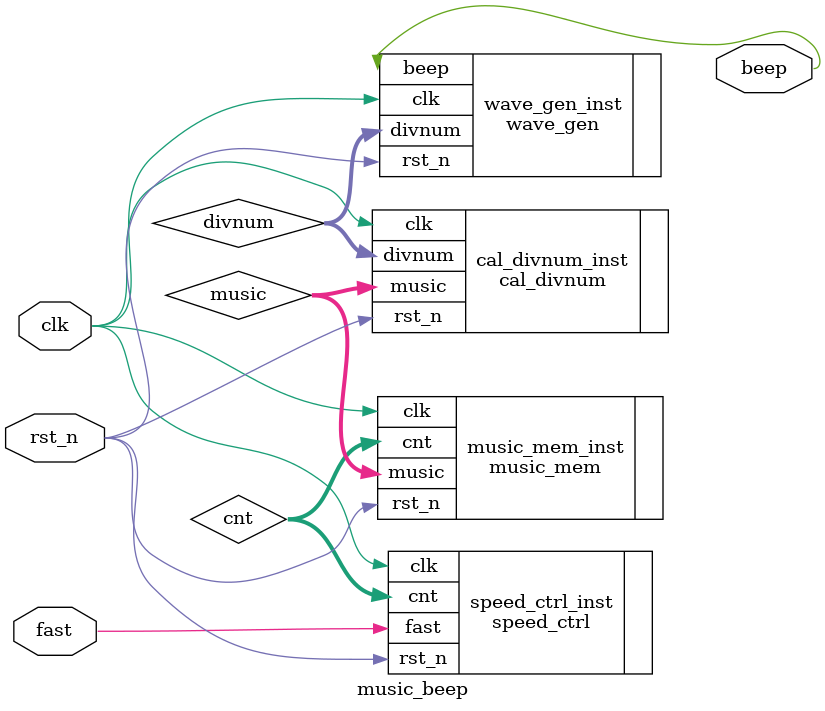
<source format=v>
module music_beep (
  input   wire              clk,      // System clock
  input   wire              rst_n,    // Active low reset
  input   wire              fast,     // Speed up music (e.g. for high score)
  output  wire              beep      // Output beep signal
);

  wire          [5:0]       cnt;      // Note counter
  wire          [4:0]       music;    // Current music note
  wire          [31:0]      divnum;   // Frequency divider for wave generation
  
  // Speed control: generates note counter, faster if 'fast' is high
  speed_ctrl speed_ctrl_inst(
      .clk      (clk),
      .rst_n    (rst_n),
      .fast     (fast),
      .cnt      (cnt)
  );
    
  // Music memory: stores the melody, outputs current note
  music_mem music_mem_inst(
      .clk      (clk),
      .rst_n    (rst_n),
      .cnt      (cnt),
      .music    (music)
  );
    
  // Calculate divider for the current note frequency
  cal_divnum cal_divnum_inst(
      .clk      (clk),
      .rst_n    (rst_n),
      .music    (music),
      .divnum   (divnum)
  );

  // Wave generator: generates beep signal based on divider
  wave_gen wave_gen_inst(
      .clk      (clk),
      .rst_n    (rst_n),
      .divnum   (divnum),
      .beep     (beep)
  );
    
endmodule
</source>
